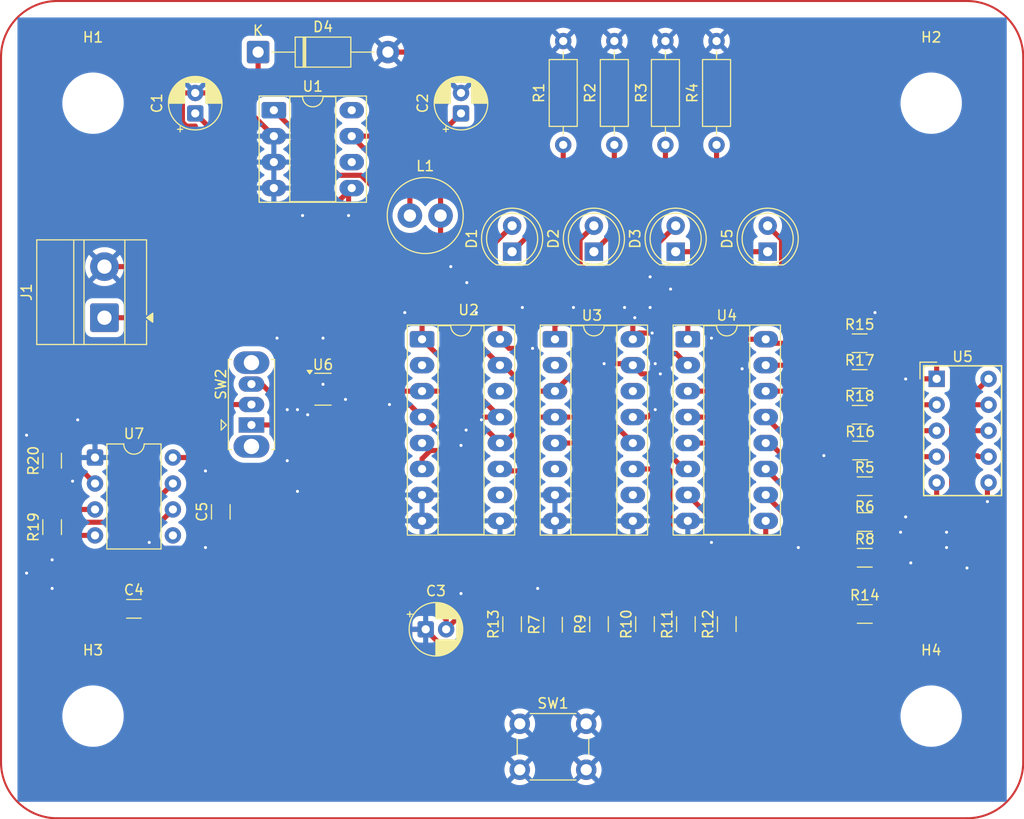
<source format=kicad_pcb>
(kicad_pcb (version 20241229) (generator "pcbnew") (generator_version "9.0")
  (layers (0 "F.Cu" signal) (2 "B.Cu" signal) (13 "F.Paste" user) (15 "B.Paste" user) (5 "F.SilkS" user "F.Silkscreen") (7 "B.SilkS" user "B.Silkscreen") (1 "F.Mask" user) (3 "B.Mask" user) (25 "Edge.Cuts" user))
  (net 0 "")
  (net 1 "VD")
  (net 2 "GND")
  (net 3 "+5V")
  (net 4 "Net-(SW2-A)")
  (net 5 "Net-(U7-THR)")
  (net 6 "Net-(D1-K)")
  (net 7 "Q0")
  (net 8 "Q1")
  (net 9 "Net-(D2-K)")
  (net 10 "Net-(D3-K)")
  (net 11 "Q2")
  (net 12 "Net-(D4-K)")
  (net 13 "Q3")
  (net 14 "Net-(D5-K)")
  (net 15 "Net-(U5-A)")
  (net 16 "Net-(U4-a)")
  (net 17 "Net-(U4-b)")
  (net 18 "Net-(U5-B)")
  (net 19 "Clock")
  (net 20 "Net-(U5-C)")
  (net 21 "Net-(U4-c)")
  (net 22 "Net-(U2A-J)")
  (net 23 "Net-(U2B-J)")
  (net 24 "Net-(U3A-J)")
  (net 25 "Net-(U3B-J)")
  (net 26 "Net-(R13-Pad1)")
  (net 27 "Net-(U5-D)")
  (net 28 "Net-(U4-d)")
  (net 29 "Net-(U4-BI)")
  (net 30 "Net-(U4-e)")
  (net 31 "Net-(U5-E)")
  (net 32 "Net-(U4-f)")
  (net 33 "Net-(U5-F)")
  (net 34 "Net-(U4-g)")
  (net 35 "Net-(U5-G)")
  (net 36 "Net-(U7-DIS)")
  (net 37 "555")
  (net 40 "Reset")
  (net 45 "unconnected-(U5-DP-Pad7)")
  (footprint "MountingHole:MountingHole_5.5mm" (layer "F.Cu") (at 192 100)
    (property "Reference" "H4")
    (property "Value" "MountingHole")
  )
  (footprint "Resistor_SMD:R_1206_3216Metric_Pad1.30x1.75mm_HandSolder" (layer "F.Cu") (at 159.5 91 90)
    (property "Reference" "R9")
    (property "Value" "10k")
  )
  (footprint "Package_DIP:DIP-16_W7.62mm_Socket_LongPads" (layer "F.Cu") (at 142.19 63.11)
    (property "Reference" "U2")
    (property "Value" "4027")
  )
  (footprint "Resistor_SMD:R_1206_3216Metric_Pad1.30x1.75mm_HandSolder" (layer "F.Cu") (at 185.5 90)
    (property "Reference" "R14")
    (property "Value" "2k")
  )
  (footprint "Resistor_SMD:R_1206_3216Metric_Pad1.30x1.75mm_HandSolder" (layer "F.Cu") (at 185.5 81)
    (property "Reference" "R6")
    (property "Value" "2k")
  )
  (footprint "Resistor_THT:R_Axial_DIN0207_L6.3mm_D2.5mm_P10.16mm_Horizontal" (layer "F.Cu") (at 171 44.08 90)
    (property "Reference" "R4")
    (property "Value" "4k7")
  )
  (footprint "Diode_THT:D_DO-41_SOD81_P12.70mm_Horizontal" (layer "F.Cu") (at 126.15 35)
    (property "Reference" "D4")
    (property "Value" "11DQ06")
  )
  (footprint "Package_TO_SOT_SMD:SOT-23-6" (layer "F.Cu") (at 132.5 68)
    (property "Reference" "U6")
    (property "Value" "SN74LVC1G11")
  )
  (footprint "Resistor_SMD:R_1206_3216Metric_Pad1.30x1.75mm_HandSolder" (layer "F.Cu") (at 185 70.5)
    (property "Reference" "R18")
    (property "Value" "2k")
  )
  (footprint "Package_DIP:DIP-8_W7.62mm_Socket_LongPads" (layer "F.Cu") (at 127.69 40.69)
    (property "Reference" "U1")
    (property "Value" "LM2574N-5")
  )
  (footprint "Resistor_SMD:R_1206_3216Metric_Pad1.30x1.75mm_HandSolder" (layer "F.Cu") (at 164 91 90)
    (property "Reference" "R10")
    (property "Value" "10k")
  )
  (footprint "Capacitor_SMD:C_1206_3216Metric_Pad1.33x1.80mm_HandSolder" (layer "F.Cu") (at 114 89.5)
    (property "Reference" "C4")
    (property "Value" "100n")
  )
  (footprint "Package_DIP:DIP-16_W7.62mm_Socket_LongPads" (layer "F.Cu") (at 155.19 63.11)
    (property "Reference" "U3")
    (property "Value" "4027")
  )
  (footprint "LED_THT:LED_D5.0mm" (layer "F.Cu") (at 167 54.54 90)
    (property "Reference" "D3")
    (property "Value" "LED")
  )
  (footprint "Package_DIP:DIP-16_W7.62mm_Socket_LongPads" (layer "F.Cu") (at 168.19 63.11)
    (property "Reference" "U4")
    (property "Value" "74LS47")
  )
  (footprint "Capacitor_THT:CP_Radial_D5.0mm_P2.00mm" (layer "F.Cu") (at 146 41 90)
    (property "Reference" "C2")
    (property "Value" "220u")
  )
  (footprint "Resistor_SMD:R_1206_3216Metric_Pad1.30x1.75mm_HandSolder" (layer "F.Cu") (at 151 91 90)
    (property "Reference" "R13")
    (property "Value" "2k")
  )
  (footprint "TerminalBlock_MetzConnect:TerminalBlock_MetzConnect_Type011_RT05502HBLC_1x02_P5.00mm_Horizontal" (layer "F.Cu") (at 111.1175 61 90)
    (property "Reference" "J1")
    (property "Value" "Screw_Terminal_01x02")
  )
  (footprint "Resistor_SMD:R_1206_3216Metric_Pad1.30x1.75mm_HandSolder" (layer "F.Cu") (at 172 91 90)
    (property "Reference" "R12")
    (property "Value" "10k")
  )
  (footprint "MountingHole:MountingHole_5.5mm" (layer "F.Cu") (at 192 40)
    (property "Reference" "H2")
    (property "Value" "MountingHole")
  )
  (footprint "Package_DIP:DIP-8_W7.62mm" (layer "F.Cu") (at 110.195 74.69)
    (property "Reference" "U7")
    (property "Value" "NE555P")
  )
  (footprint "Resistor_THT:R_Axial_DIN0207_L6.3mm_D2.5mm_P10.16mm_Horizontal" (layer "F.Cu") (at 156 44.08 90)
    (property "Reference" "R1")
    (property "Value" "4k7")
  )
  (footprint "Display_7Segment:HDSP-7401" (layer "F.Cu") (at 192.5325 66.9825)
    (property "Reference" "U5")
    (property "Value" "HDSP-7401")
  )
  (footprint "MountingHole:MountingHole_5.5mm" (layer "F.Cu") (at 110 100)
    (property "Reference" "H3")
    (property "Value" "MountingHole")
  )
  (footprint "Resistor_SMD:R_1206_3216Metric_Pad1.30x1.75mm_HandSolder" (layer "F.Cu") (at 185.5 77.5)
    (property "Reference" "R5")
    (property "Value" "2k")
  )
  (footprint "LED_THT:LED_D5.0mm" (layer "F.Cu") (at 151 54.54 90)
    (property "Reference" "D1")
    (property "Value" "LED")
  )
  (footprint "Resistor_SMD:R_1206_3216Metric_Pad1.30x1.75mm_HandSolder" (layer "F.Cu") (at 185 67)
    (property "Reference" "R17")
    (property "Value" "2k")
  )
  (footprint "Resistor_SMD:R_1206_3216Metric_Pad1.30x1.75mm_HandSolder" (layer "F.Cu") (at 106 75 90)
    (property "Reference" "R20")
    (property "Value" "47k")
  )
  (footprint "Resistor_SMD:R_1206_3216Metric_Pad1.30x1.75mm_HandSolder" (layer "F.Cu") (at 168 91 90)
    (property "Reference" "R11")
    (property "Value" "10k")
  )
  (footprint "Capacitor_THT:CP_Radial_D5.0mm_P2.00mm" (layer "F.Cu") (at 120 41 90)
    (property "Reference" "C1")
    (property "Value" "22u")
  )
  (footprint "LED_THT:LED_D5.0mm" (layer "F.Cu") (at 159 54.54 90)
    (property "Reference" "D2")
    (property "Value" "LED")
  )
  (footprint "Resistor_SMD:R_1206_3216Metric_Pad1.30x1.75mm_HandSolder" (layer "F.Cu") (at 185.05 74)
    (property "Reference" "R16")
    (property "Value" "2k")
  )
  (footprint "Resistor_THT:R_Axial_DIN0207_L6.3mm_D2.5mm_P10.16mm_Horizontal" (layer "F.Cu") (at 166 44.08 90)
    (property "Reference" "R3")
    (property "Value" "4k7")
  )
  (footprint "Button_Switch_THT:SW_PUSH_6mm_H4.3mm" (layer "F.Cu") (at 151.75 100.75)
    (property "Reference" "SW1")
    (property "Value" "SW_MEC_5G")
  )
  (footprint "Capacitor_SMD:C_1206_3216Metric_Pad1.33x1.80mm_HandSolder" (layer "F.Cu") (at 122.5 80 90)
    (property "Reference" "C5")
    (property "Value" "10u")
  )
  (footprint "Resistor_THT:R_Axial_DIN0207_L6.3mm_D2.5mm_P10.16mm_Horizontal" (layer "F.Cu") (at 161 44.08 90)
    (property "Reference" "R2")
    (property "Value" "4k7")
  )
  (footprint "Inductor_THT:L_Radial_D7.2mm_P3.00mm_Murata_1700" (layer "F.Cu") (at 141 51)
    (property "Reference" "L1")
    (property "Value" "330u")
  )
  (footprint "Capacitor_THT:CP_Radial_D5.0mm_P2.00mm" (layer "F.Cu") (at 142.544888 91.5)
    (property "Reference" "C3")
    (property "Value" "1u")
  )
  (footprint "LED_THT:LED_D5.0mm" (layer "F.Cu") (at 176 54.54 90)
    (property "Reference" "D5")
    (property "Value" "LED")
  )
  (footprint "MountingHole:MountingHole_5.5mm" (layer "F.Cu") (at 110 40)
    (property "Reference" "H1")
    (property "Value" "MountingHole")
  )
  (footprint "Resistor_SMD:R_1206_3216Metric_Pad1.30x1.75mm_HandSolder" (layer "F.Cu") (at 185.5 84.5)
    (property "Reference" "R8")
    (property "Value" "2k")
  )
  (footprint "Resistor_SMD:R_1206_3216Metric_Pad1.30x1.75mm_HandSolder" (layer "F.Cu") (at 106 81.5 90)
    (property "Reference" "R19")
    (property "Value" "47k")
  )
  (footprint "Resistor_SMD:R_1206_3216Metric_Pad1.30x1.75mm_HandSolder" (layer "F.Cu") (at 185 63.5)
    (property "Reference" "R15")
    (property "Value" "10k")
  )
  (footprint "Button_Switch_THT:SW_Slide_SPDT_Straight_CK_OS102011MS2Q" (layer "F.Cu") (at 125.5 71.5 90)
    (property "Reference" "SW2")
    (property "Value" "SW_SPDT_312")
  )
  (footprint "Resistor_SMD:R_1206_3216Metric_Pad1.30x1.75mm_HandSolder" (layer "F.Cu") (at 155 91.05 90)
    (property "Reference" "R7")
    (property "Value" "10k")
  )
  (gr_arc (start 101 35.5) (mid 102.610913 31.610913) (end 106.5 30) (stroke (width 0.2)) (layer "F.Cu"))
  (gr_line (start 195.5 110) (end 106.5 110) (stroke (width 0.2)) (layer "F.Cu"))
  (gr_arc (start 201 104.5) (mid 199.389087 108.389087) (end 195.5 110) (stroke (width 0.2)) (layer "F.Cu"))
  (gr_arc (start 106.5 110) (mid 102.610913 108.389087) (end 101 104.5) (stroke (width 0.2)) (layer "F.Cu"))
  (gr_line (start 101 104.5) (end 101 35.5) (stroke (width 0.2)) (layer "F.Cu"))
  (gr_arc (start 195.5 30) (mid 199.389087 31.610913) (end 201 35.5) (stroke (width 0.2)) (layer "F.Cu"))
  (gr_line (start 106.5 30) (end 195.5 30) (stroke (width 0.2)) (layer "F.Cu"))
  (gr_line (start 201 35.5) (end 201 104.5) (stroke (width 0.2)) (layer "F.Cu"))
  (segment (start 123.5 51) (end 130.5 51) (width 0.5) (layer "F.Cu") (net 1))
  (segment (start 135 51) (end 135 48.62) (width 0.5) (layer "F.Cu") (net 1))
  (segment (start 135 48.62) (end 135.31 48.31) (width 0.5) (layer "F.Cu") (net 1))
  (segment (start 120 41) (end 123.5 44.5) (width 0.5) (layer "F.Cu") (net 1))
  (segment (start 122.62 61) (end 135.31 48.31) (width 0.5) (layer "F.Cu") (net 1))
  (segment (start 123.5 44.5) (end 123.5 51) (width 0.5) (layer "F.Cu") (net 1))
  (segment (start 111.1175 61) (end 122.62 61) (width 0.5) (layer "F.Cu") (net 1))
  (via (at 130.5 51) (size 0.7) (drill 0.3) (layers "F.Cu" "B.Cu") (net 1))
  (via (at 135 51) (size 0.7) (drill 0.3) (layers "F.Cu" "B.Cu") (net 1))
  (segment (start 130.5 51) (end 135 51) (width 0.5) (layer "B.Cu") (net 1))
  (segment (start 158.25 105.25) (end 155 102) (width 0.5) (layer "F.Cu") (net 2))
  (segment (start 120 42.251) (end 119.152708 42.251) (width 0.5) (layer "F.Cu") (net 2))
  (segment (start 155 102) (end 155 97.5) (width 0.5) (layer "F.Cu") (net 2))
  (segment (start 110.195 72.805) (end 110.5 72.5) (width 0.5) (layer "F.Cu") (net 2))
  (segment (start 151.75 100.75) (end 148.5 97.5) (width 0.5) (layer "F.Cu") (net 2))
  (segment (start 110.195 74.69) (end 110.195 72.805) (width 0.5) (layer "F.Cu") (net 2))
  (segment (start 111.1175 56) (end 116 56) (width 0.5) (layer "F.Cu") (net 2))
  (segment (start 136 89.5) (end 122 89.5) (width 0.5) (layer "F.Cu") (net 2))
  (segment (start 118.749 39.11963) (end 118.86863 39) (width 0.5) (layer "F.Cu") (net 2))
  (segment (start 124 78.5) (end 123.9375 78.4375) (width 0.5) (layer "F.Cu") (net 2))
  (segment (start 131.3625 68) (end 130 68) (width 0.5) (layer "F.Cu") (net 2))
  (segment (start 125.5 78) (end 125 78.5) (width 0.5) (layer "F.Cu") (net 2))
  (segment (start 110.5 72.5) (end 122.5 72.5) (width 0.5) (layer "F.Cu") (net 2))
  (segment (start 142 35) (end 146 39) (width 0.5) (layer "F.Cu") (net 2))
  (segment (start 138 91.5) (end 136 89.5) (width 0.5) (layer "F.Cu") (net 2))
  (segment (start 120 39) (end 123.46 39) (width 0.5) (layer "F.Cu") (net 2))
  (segment (start 142.544888 91.5) (end 138 91.5) (width 0.5) (layer "F.Cu") (net 2))
  (segment (start 116 56) (end 120 52) (width 0.5) (layer "F.Cu") (net 2))
  (segment (start 119.152708 42.251) (end 118.749 41.847292) (width 0.5) (layer "F.Cu") (net 2))
  (segment (start 138.85 35) (end 142 35) (width 0.5) (layer "F.Cu") (net 2))
  (segment (start 130 68) (end 130 70) (width 0.5) (layer "F.Cu") (net 2))
  (segment (start 155 97.5) (end 148.5 97.5) (width 0.5) (layer "F.Cu") (net 2))
  (segment (start 151.75 105.25) (end 136 89.5) (width 0.5) (layer "F.Cu") (net 2))
  (segment (start 118.86863 39) (end 120 39) (width 0.5) (layer "F.Cu") (net 2))
  (segment (start 122.5 72.5) (end 122.5 78.4375) (width 0.5) (layer "F.Cu") (net 2))
  (segment (start 130 78) (end 125.5 78) (width 0.5) (layer "F.Cu") (net 2))
  (segment (start 120 52) (end 120 42.251) (width 0.5) (layer "F.Cu") (net 2))
  (segment (start 125 78.5) (end 124 78.5) (width 0.5) (layer "F.Cu") (net 2))
  (segment (start 148.5 97.5) (end 142.544888 91.544888) (width 0.5) (layer "F.Cu") (net 2))
  (segment (start 123.46 39) (end 127.69 43.23) (width 0.5) (layer "F.Cu") (net 2))
  (segment (start 118.749 41.847292) (end 118.749 39.11963) (width 0.5) (layer "F.Cu") (net 2))
  (segment (start 115.5625 89.5) (end 122 89.5) (width 0.5) (layer "F.Cu") (net 2))
  (segment (start 125 86.5) (end 125 78.5) (width 0.5) (layer "F.Cu") (net 2))
  (segment (start 142.544888 91.544888) (end 142.544888 91.5) (width 0.5) (layer "F.Cu") (net 2))
  (segment (start 158.25 100.75) (end 155 97.5) (width 0.5) (layer "F.Cu") (net 2))
  (segment (start 123.9375 78.4375) (end 122.5 78.4375) (width 0.5) (layer "F.Cu") (net 2))
  (segment (start 122 89.5) (end 125 86.5) (width 0.5) (layer "F.Cu") (net 2))
  (via (at 130 70) (size 0.7) (drill 0.3) (layers "F.Cu" "B.Cu") (net 2))
  (via (at 130 78) (size 0.7) (drill 0.3) (layers "F.Cu" "B.Cu") (net 2))
  (segment (start 130 70) (end 130 78) (width 0.5) (layer "B.Cu") (net 2))
  (segment (start 119.5 75) (end 119.5 84.5) (width 0.5) (layer "F.Cu") (net 3))
  (segment (start 175.81 63.11) (end 176.11 63.11) (width 0.5) (layer "F.Cu") (net 3))
  (segment (start 106 84.7) (end 106 83.05) (width 0.5) (layer "F.Cu") (net 3))
  (segment (start 197.5 77.255) (end 197.6125 77.1425) (width 0.5) (layer "F.Cu") (net 3))
  (segment (start 117.815 74.69) (end 119.19 74.69) (width 0.5) (layer "F.Cu") (net 3))
  (segment (start 119.5 75) (end 120 75) (width 0.5) (layer "F.Cu") (net 3))
  (segment (start 119.5 84.5) (end 107.45 84.5) (width 0.5) (layer "F.Cu") (net 3))
  (segment (start 197.5 79) (end 197.5 77.255) (width 0.5) (layer "F.Cu") (net 3))
  (segment (start 192.5325 63.0325) (end 188.5 59) (width 0.5) (layer "F.Cu") (net 3))
  (segment (start 132.979689 68) (end 132.500001 67.520312) (width 0.5) (layer "F.Cu") (net 3))
  (segment (start 188.5 59) (end 183.5 59) (width 0.5) (layer "F.Cu") (net 3))
  (segment (start 164.7 62.5) (end 163.42 62.5) (width 0.5) (layer "F.Cu") (net 3))
  (segment (start 144 53) (end 144 51) (width 0.5) (layer "F.Cu") (net 3))
  (segment (start 128 63) (end 132.5 63) (width 0.5) (layer "F.Cu") (net 3))
  (segment (start 107.45 84.5) (end 106 83.05) (width 0.5) (layer "F.Cu") (net 3))
  (segment (start 162.81 61.19) (end 163 61) (width 0.5) (layer "F.Cu") (net 3))
  (segment (start 132.5 58.5) (end 137.5 53.5) (width 0.5) (layer "F.Cu") (net 3))
  (segment (start 192.5325 66.9825) (end 192.5325 63.0325) (width 0.5) (layer "F.Cu") (net 3))
  (segment (start 127.69 40.69) (end 134.059 47.059) (width 0.5) (layer "F.Cu") (net 3))
  (segment (start 192.5325 66.9825) (end 189.5175 66.9825) (width 0.5) (layer "F.Cu") (net 3))
  (segment (start 162.81 63.11) (end 162.81 61.19) (width 0.5) (layer "F.Cu") (net 3))
  (segment (start 143.5 53.5) (end 143.5 54.5) (width 0.5) (layer "F.Cu") (net 3))
  (segment (start 176.5 63.5) (end 183.45 63.5) (width 0.5) (layer "F.Cu") (net 3))
  (segment (start 144 43) (end 146 41) (width 0.5) (layer "F.Cu") (net 3))
  (segment (start 175.81 63.11) (end 170.61 63.11) (width 0.5) (layer "F.Cu") (net 3))
  (segment (start 133.6375 68) (end 132.979689 68) (width 0.5) (layer "F.Cu") (net 3))
  (segment (start 112.4375 89.5) (end 108 89.5) (width 0.5) (layer "F.Cu") (net 3))
  (segment (start 176.11 63.11) (end 176.5 63.5) (width 0.5) (layer "F.Cu") (net 3))
  (segment (start 152 60) (end 150.62 60) (width 0.5) (layer "F.Cu") (net 3))
  (segment (start 172 92.55) (end 168 92.55) (width 0.5) (layer "F.Cu") (net 3))
  (segment (start 156.45 89.5) (end 159.5 92.55) (width 0.5) (layer "F.Cu") (net 3))
  (segment (start 149.81 60.81) (end 149.81 63.11) (width 0.5) (layer "F.Cu") (net 3))
  (segment (start 150.62 60) (end 149.81 60.81) (width 0.5) (layer "F.Cu") (net 3))
  (segment (start 170.61 63.11) (end 170.5 63) (width 0.5) (layer "F.Cu") (net 3))
  (segment (start 183.45 59.05) (end 183.45 63.5) (width 0.5) (layer "F.Cu") (net 3))
  (segment (start 153 64) (end 150.7 64) (width 0.5) (layer "F.Cu") (net 3))
  (segment (start 120 75) (end 121 76) (width 0.5) (layer "F.Cu") (net 3))
  (segment (start 155 89) (end 153.5 87.5) (width 0.5) (layer "F.Cu") (net 3))
  (segment (start 143.5 53.5) (end 144 53) (width 0.5) (layer "F.Cu") (net 3))
  (segment (start 134.059 47.059) (end 136.228181 47.059) (width 0.5) (layer "F.Cu") (net 3))
  (segment (start 163.42 62.5) (end 162.81 63.11) (width 0.5) (layer "F.Cu") (net 3))
  (segment (start 132.5 63) (end 132.5 58.5) (width 0.5) (layer "F.Cu") (net 3))
  (segment (start 136.228181 47.059) (end 137.5 48.330819) (width 0.5) (layer "F.Cu") (net 3))
  (segment (start 150.7 64) (end 149.81 63.11) (width 0.5) (layer "F.Cu") (net 3))
  (segment (start 183.5 59) (end 183.45 59.05) (width 0.5) (layer "F.Cu") (net 3))
  (segment (start 137.5 48.330819) (end 137.5 53.5) (width 0.5) (layer "F.Cu") (net 3))
  (segment (start 106.74 82.31) (end 106 83.05) (width 0.5) (layer "F.Cu") (net 3))
  (segment (start 155 89.5) (end 156.45 89.5) (width 0.5) (layer "F.Cu") (net 3))
  (segment (start 143.5 54.5) (end 145 56) (width 0.5) (layer "F.Cu") (net 3))
  (segment (start 155 89.5) (end 155 89) (width 0.5) (layer "F.Cu") (net 3))
  (segment (start 108 89.5) (end 106 87.5) (width 0.5) (layer "F.Cu") (net 3))
  (segment (start 110.195 82.31) (end 106.74 82.31) (width 0.5) (layer "F.Cu") (net 3))
  (segment (start 144 51) (end 144 43) (width 0.5) (layer "F.Cu") (net 3))
  (segment (start 189.5175 66.9825) (end 189.5 67) (width 0.5) (layer "F.Cu") (net 3))
  (segment (start 137.5 53.5) (end 143.5 53.5) (width 0.5) (layer "F.Cu") (net 3))
  (segment (start 119.19 74.69) (end 119.5 75) (width 0.5) (layer "F.Cu") (net 3))
  (segment (start 146.565686 57.565686) (end 149.81 60.81) (width 0.5) (layer "F.Cu") (net 3))
  (via (at 132.5 63) (size 0.7) (drill 0.3) (layers "F.Cu" "B.Cu") (net 3))
  (via (at 146.565686 57.565686) (size 0.7) (drill 0.3) (layers "F.Cu" "B.Cu") (net 3))
  (via (at 106 84.7) (size 0.7) (drill 0.3) (layers "F.Cu" "B.Cu") (net 3))
  (via (at 132.500001 67.520312) (size 0.7) (drill 0.3) (layers "F.Cu" "B.Cu") (net 3))
  (via (at 153 64) (size 0.7) (drill 0.3) (layers "F.Cu" "B.Cu") (net 3))
  (via (at 153.5 87.5) (size 0.7) (drill 0.3) (layers "F.Cu" "B.Cu") (net 3))
  (via (at 197.5 79) (size 0.7) (drill 0.3) (layers "F.Cu" "B.Cu") (net 3))
  (via (at 163 61) (size 0.7) (drill 0.3) (layers "F.Cu" "B.Cu") (net 3))
  (via (at 170.5 63) (size 0.7) (drill 0.3) (layers "F.Cu" "B.Cu") (net 3))
  (via (at 152 60) (size 0.7) (drill 0.3) (layers "F.Cu" "B.Cu") (net 3))
  (via (at 189.5 67) (size 0.7) (drill 0.3) (layers "F.Cu" "B.Cu") (net 3))
  (via (at 121 76) (size 0.7) (drill 0.3) (layers "F.Cu" "B.Cu") (net 3))
  (via (at 145 56) (size 0.7) (drill 0.3) (layers "F.Cu" "B.Cu") (net 3))
  (via (at 128 63) (size 0.7) (drill 0.3) (layers "F.Cu" "B.Cu") (net 3))
  (via (at 164.7 62.5) (size 0.7) (drill 0.3) (layers "F.Cu" "B.Cu") (net 3))
  (via (at 106 87.5) (size 0.7) (drill 0.3) (layers "F.Cu" "B.Cu") (net 3))
  (segment (start 170 62.5) (end 170 61) (width 0.5) (layer "B.Cu") (net 3))
  (segment (start 189.5 67) (end 189.5 79) (width 0.5) (layer "B.Cu") (net 3))
  (segment (start 163 58.5) (end 162.5 58) (width 0.5) (layer "B.Cu") (net 3))
  (segment (start 170 61) (end 170 60.567214) (width 0.5) (layer "B.Cu") (net 3))
  (segment (start 165.301 61.899) (end 164.7 62.5) (width 0.5) (layer "B.Cu") (net 3))
  (segment (start 189.5 79) (end 197.5 79) (width 0.5) (layer "B.Cu") (net 3))
  (segment (start 132.5 64) (end 132.5 63) (width 0.5) (layer "B.Cu") (net 3))
  (segment (start 163 61) (end 163 58.5) (width 0.5) (layer "B.Cu") (net 3))
  (segment (start 106 87.5) (end 106 84.7) (width 0.5) (layer "B.Cu") (net 3))
  (segment (start 145 56) (end 146.565686 57.565686) (width 0.5) (layer "B.Cu") (net 3))
  (segment (start 123.5 63) (end 128 63) (width 0.5) (layer "B.Cu") (net 3))
  (segment (start 121 76) (end 121 65.5) (width 0.5) (layer "B.Cu") (net 3))
  (segment (start 170 60.567214) (end 166.831786 57.399) (width 0.5) (layer "B.Cu") (net 3))
  (segment (start 121 65.5) (end 123.5 63) (width 0.5) (layer "B.Cu") (net 3))
  (segment (start 154 58) (end 152 60) (width 0.5) (layer "B.Cu") (net 3))
  (segment (start 170.5 63) (end 170 62.5) (width 0.5) (layer "B.Cu") (net 3))
  (segment (start 132.500001 64.000001) (end 132.5 64) (width 0.5) (layer "B.Cu") (net 3))
  (segment (start 132.500001 67.520312) (end 132.500001 64.000001) (width 0.5) (layer "B.Cu") (net 3))
  (segment (start 162.5 58) (end 154 58) (width 0.5) (layer "B.Cu") (net 3))
  (segment (start 153.5 87.5) (end 153.5 64.5) (width 0.5) (layer "B.Cu") (net 3))
  (segment (start 166.168214 57.399) (end 165.301 58.266214) (width 0.5) (layer "B.Cu") (net 3))
  (segment (start 153.5 64.5) (end 153 64) (width 0.5) (layer "B.Cu") (net 3))
  (segment (start 166.831786 57.399) (end 166.168214 57.399) (width 0.5) (layer "B.Cu") (net 3))
  (segment (start 165.301 58.266214) (end 165.301 61.899) (width 0.5) (layer "B.Cu") (net 3))
  (segment (start 129 75) (end 144.544888 90.544888) (width 0.5) (layer "F.Cu") (net 4))
  (segment (start 151 89.45) (end 146.594888 89.45) (width 0.5) (layer "F.Cu") (net 4))
  (segment (start 146.594888 89.45) (end 144.544888 91.5) (width 0.5) (layer "F.Cu") (net 4))
  (segment (start 125.5 67.5) (end 126.5 67.5) (width 0.5) (layer "F.Cu") (net 4))
  (segment (start 144.544888 90.544888) (end 144.544888 91.5) (width 0.5) (layer "F.Cu") (net 4))
  (segment (start 126.5 67.5) (end 129 70) (width 0.5) (layer "F.Cu") (net 4))
  (via (at 129 70) (size 0.7) (drill 0.3) (layers "F.Cu" "B.Cu") (net 4))
  (via (at 129 75) (size 0.7) (drill 0.3) (layers "F.Cu" "B.Cu") (net 4))
  (segment (start 129 74) (end 129 75) (width 0.5) (layer "B.Cu") (net 4))
  (segment (start 129 70) (end 129 74) (width 0.5) (layer "B.Cu") (net 4))
  (segment (start 122.5 85.5) (end 104 85.5) (width 0.5) (layer "F.Cu") (net 5))
  (segment (start 104 85.5) (end 103.5 86) (width 0.5) (layer "F.Cu") (net 5))
  (segment (start 121 83.5) (end 121 83.0625) (width 0.5) (layer "F.Cu") (net 5))
  (segment (start 110.195 77.23) (end 106.415 73.45) (width 0.5) (layer "F.Cu") (net 5))
  (segment (start 105.05 72.5) (end 106 73.45) (width 0.5) (layer "F.Cu") (net 5))
  (segment (start 117.815 79.77) (end 115.5 82.085) (width 0.5) (layer "F.Cu") (net 5))
  (segment (start 106.415 73.45) (end 106 73.45) (width 0.5) (layer "F.Cu") (net 5))
  (segment (start 103.5 72.5) (end 105.05 72.5) (width 0.5) (layer "F.Cu") (net 5))
  (segment (start 122.5 81.5625) (end 122.5 85.5) (width 0.5) (layer "F.Cu") (net 5))
  (segment (start 115.5 82.085) (end 115.5 83) (width 0.5) (layer "F.Cu") (net 5))
  (segment (start 121 83.0625) (end 122.5 81.5625) (width 0.5) (layer "F.Cu") (net 5))
  (via (at 103.5 72.5) (size 0.7) (drill 0.3) (layers "F.Cu" "B.Cu") (net 5))
  (via (at 115.5 83) (size 0.7) (drill 0.3) (layers "F.Cu" "B.Cu") (net 5))
  (via (at 121 83.5) (size 0.7) (drill 0.3) (layers "F.Cu" "B.Cu") (net 5))
  (via (at 103.5 86) (size 0.7) (drill 0.3) (layers "F.Cu" "B.Cu") (net 5))
  (segment (start 120.939 83.561) (end 121 83.5) (width 0.5) (layer "B.Cu") (net 5))
  (segment (start 116.061 83.561) (end 120.939 83.561) (width 0.5) (layer "B.Cu") (net 5))
  (segment (start 103.5 86) (end 103.5 72.5) (width 0.5) (layer "B.Cu") (net 5))
  (segment (start 115.5 83) (end 116.061 83.561) (width 0.5) (layer "B.Cu") (net 5))
  (segment (start 156 44.08) (end 156 49.54) (width 0.5) (layer "F.Cu") (net 6))
  (segment (start 156 49.54) (end 151 54.54) (width 0.5) (layer "F.Cu") (net 6))
  (segment (start 148.27 70.73) (end 148 71) (width 0.5) (layer "F.Cu") (net 7))
  (segment (start 142.19 63.11) (end 149.81 70.73) (width 0.5) (layer "F.Cu") (net 7))
  (segment (start 170.5 80.66) (end 168.19 78.35) (width 0.5) (layer "F.Cu") (net 7))
  (segment (start 170.5 83) (end 170.5 80.66) (width 0.5) (layer "F.Cu") (net 7))
  (segment (start 142.19 60.81) (end 142.19 63.11) (width 0.5) (layer "F.Cu") (net 7))
  (segment (start 151 52) (end 142.19 60.81) (width 0.5) (layer "F.Cu") (net 7))
  (segment (start 149.81 70.73) (end 148.27 70.73) (width 0.5) (layer "F.Cu") (net 7))
  (via (at 170.5 83) (size 0.7) (drill 0.3) (layers "F.Cu" "B.Cu") (net 7))
  (via (at 148 71) (size 0.7) (drill 0.3) (layers "F.Cu" "B.Cu") (net 7))
  (segment (start 165.199 88.301) (end 170.5 83) (width 0.5) (layer "B.Cu") (net 7))
  (segment (start 148 83) (end 148 83.132786) (width 0.5) (layer "B.Cu") (net 7))
  (segment (start 148 83.132786) (end 153.168214 88.301) (width 0.5) (layer "B.Cu") (net 7))
  (segment (start 153.168214 88.301) (end 165.199 88.301) (width 0.5) (layer "B.Cu") (net 7))
  (segment (start 148 71) (end 148 83) (width 0.5) (layer "B.Cu") (net 7))
  (segment (start 150.15 65.65) (end 152.69 68.19) (width 0.5) (layer "F.Cu") (net 8))
  (segment (start 160.869181 59) (end 168 59) (width 0.5) (layer "F.Cu") (net 8))
  (segment (start 149.81 65.65) (end 150.15 65.65) (width 0.5) (layer "F.Cu") (net 8))
  (segment (start 168 59) (end 168 59.5) (width 0.5) (layer "F.Cu") (net 8))
  (segment (start 159 52) (end 157.649 53.351) (width 0.5) (layer "F.Cu") (net 8))
  (segment (start 131.3625 67.05) (end 137.9125 60.5) (width 0.5) (layer "F.Cu") (net 8))
  (segment (start 157.649 53.351) (end 157.649 55.779819) (width 0.5) (layer "F.Cu") (net 8))
  (segment (start 147.5 60.5) (end 147.5 63.34) (width 0.5) (layer "F.Cu") (net 8))
  (segment (start 168 59.5) (end 168.19 59.69) (width 0.5) (layer "F.Cu") (net 8))
  (segment (start 157.649 55.779819) (end 160.869181 59) (width 0.5) (layer "F.Cu") (net 8))
  (segment (start 152.69 68.19) (end 155.19 68.19) (width 0.5) (layer "F.Cu") (net 8))
  (segment (start 147.5 63.34) (end 149.81 65.65) (width 0.5) (layer "F.Cu") (net 8))
  (segment (start 155.19 68.19) (end 160.869181 62.510819) (width 0.5) (layer "F.Cu") (net 8))
  (segment (start 168.19 59.69) (end 168.19 63.11) (width 0.5) (layer "F.Cu") (net 8))
  (segment (start 137.9125 60.5) (end 140.5 60.5) (width 0.5) (layer "F.Cu") (net 8))
  (segment (start 160.869181 62.510819) (end 160.869181 59) (width 0.5) (layer "F.Cu") (net 8))
  (via (at 140.5 60.5) (size 0.7) (drill 0.3) (layers "F.Cu" "B.Cu") (net 8))
  (via (at 147.5 60.5) (size 0.7) (drill 0.3) (layers "F.Cu" "B.Cu") (net 8))
  (segment (start 140.5 60.5) (end 147.5 60.5) (width 0.5) (layer "B.Cu") (net 8))
  (segment (start 161 52.54) (end 159 54.54) (width 0.5) (layer "F.Cu") (net 9))
  (segment (start 161 44.08) (end 161 52.54) (width 0.5) (layer "F.Cu") (net 9))
  (segment (start 169.46 54.54) (end 167 54.54) (width 0.5) (layer "F.Cu") (net 10))
  (segment (start 170 49.5) (end 170 54) (width 0.5) (layer "F.Cu") (net 10))
  (segment (start 166 44.08) (end 166 45.5) (width 0.5) (layer "F.Cu") (net 10))
  (segment (start 170 54) (end 169.46 54.54) (width 0.5) (layer "F.Cu") (net 10))
  (segment (start 166 45.5) (end 170 49.5) (width 0.5) (layer "F.Cu") (net 10))
  (segment (start 164.27 70.73) (end 165 70) (width 0.5) (layer "F.Cu") (net 11))
  (segment (start 162.81 70.73) (end 164.27 70.73) (width 0.5) (layer "F.Cu") (net 11))
  (segment (start 165.5 61) (end 165.5 64.5) (width 0.5) (layer "F.Cu") (net 11))
  (segment (start 164.5 54.5) (end 164.5 57) (width 0.5) (layer "F.Cu") (net 11))
  (segment (start 165.5 64.5) (end 167.04 64.5) (width 0.5) (layer "F.Cu") (net 11))
  (segment (start 165 65.5) (end 165.5 65) (width 0.5) (layer "F.Cu") (net 11))
  (segment (start 167.04 64.5) (end 168.19 65.65) (width 0.5) (layer "F.Cu") (net 11))
  (segment (start 167 52) (end 164.5 54.5) (width 0.5) (layer "F.Cu") (net 11))
  (segment (start 155.19 63.11) (end 155.19 61.81) (width 0.5) (layer "F.Cu") (net 11))
  (segment (start 165.5 65) (end 165.5 64.5) (width 0.5) (layer "F.Cu") (net 11))
  (segment (start 155.19 61.81) (end 157 60) (width 0.5) (layer "F.Cu") (net 11))
  (segment (start 164.5 60) (end 165.5 61) (width 0.5) (layer "F.Cu") (net 11))
  (segment (start 162 60) (end 164.5 60) (width 0.5) (layer "F.Cu") (net 11))
  (via (at 157 60) (size 0.7) (drill 0.3) (layers "F.Cu" "B.Cu") (net 11))
  (via (at 162 60) (size 0.7) (drill 0.3) (layers "F.Cu" "B.Cu") (net 11))
  (via (at 165 65.5) (size 0.7) (drill 0.3) (layers "F.Cu" "B.Cu") (net 11))
  (via (at 164.5 60) (size 0.7) (drill 0.3) (layers "F.Cu" "B.Cu") (net 11))
  (via (at 165 70) (size 0.7) (drill 0.3) (layers "F.Cu" "B.Cu") (net 11))
  (via (at 164.5 57) (size 0.7) (drill 0.3) (layers "F.Cu" "B.Cu") (net 11))
  (segment (start 157 60) (end 162 60) (width 0.5) (layer "B.Cu") (net 11))
  (segment (start 165 70) (end 164.699 69.699) (width 0.5) (layer "B.Cu") (net 11))
  (segment (start 164.699 69.699) (end 164.699 65.801) (width 0.5) (layer "B.Cu") (net 11))
  (segment (start 164.5 57) (end 164.5 60) (width 0.5) (layer "B.Cu") (net 11))
  (segment (start 164.699 65.801) (end 165 65.5) (width 0.5) (layer "B.Cu") (net 11))
  (segment (start 138.5 43.5) (end 137.5 43.5) (width 0.5) (layer "F.Cu") (net 12))
  (segment (start 137.5 43.5) (end 137.23 43.23) (width 0.5) (layer "F.Cu") (net 12))
  (segment (start 138.5 38.5) (end 138.5 43.5) (width 0.5) (layer "F.Cu") (net 12))
  (segment (start 126 38) (end 138 38) (width 0.5) (layer "F.Cu") (net 12))
  (segment (start 126.15 35) (end 126.15 37.85) (width 0.5) (layer "F.Cu") (net 12))
  (segment (start 126.15 37.85) (end 126 38) (width 0.5) (layer "F.Cu") (net 12))
  (segment (start 141 51) (end 141 48.92) (width 0.5) (layer "F.Cu") (net 12))
  (segment (start 137.23 43.23) (end 135.31 43.23) (width 0.5) (layer "F.Cu") (net 12))
  (segment (start 141 48.92) (end 135.31 43.23) (width 0.5) (layer "F.Cu") (net 12))
  (segment (start 138 38) (end 138.5 38.5) (width 0.5) (layer "F.Cu") (net 12))
  (segment (start 177.351 53.351) (end 177.351 55.891) (width 0.5) (layer "F.Cu") (net 13))
  (segment (start 165.5 66.5) (end 163.66 66.5) (width 0.5) (layer "F.Cu") (net 13))
  (segment (start 131.3625 70.1375) (end 131 70.5) (width 0.5) (layer "F.Cu") (net 13))
  (segment (start 175.742 57.5) (end 166.5 57.5) (width 0.5) (layer "F.Cu") (net 13))
  (segment (start 166 74) (end 167.81 75.81) (width 0.5) (layer "F.Cu") (net 13))
  (segment (start 162.66 65.5) (end 162.81 65.65) (width 0.5) (layer "F.Cu") (net 13))
  (segment (start 176 52) (end 177.351 53.351) (width 0.5) (layer "F.Cu") (net 13))
  (segment (start 165.5 66.5) (end 166 67) (width 0.5) (layer "F.Cu") (net 13))
  (segment (start 163.66 66.5) (end 162.81 65.65) (width 0.5) (layer "F.Cu") (net 13))
  (segment (start 177.351 55.891) (end 175.742 57.5) (width 0.5) (layer "F.Cu") (net 13))
  (segment (start 160 65.5) (end 162.66 65.5) (width 0.5) (layer "F.Cu") (net 13))
  (segment (start 166 67) (end 166 74) (width 0.5) (layer "F.Cu") (net 13))
  (segment (start 167.81 75.81) (end 168.19 75.81) (width 0.5) (layer "F.Cu") (net 13))
  (segment (start 166.5 57.5) (end 166.5 58.2) (width 0.5) (layer "F.Cu") (net 13))
  (segment (start 131.3625 68.95) (end 131.3625 70.1375) (width 0.5) (layer "F.Cu") (net 13))
  (via (at 131 70.5) (size 0.7) (drill 0.3) (layers "F.Cu" "B.Cu") (net 13))
  (via (at 166.5 58.2) (size 0.7) (drill 0.3) (layers "F.Cu" "B.Cu") (net 13))
  (via (at 165.5 66.5) (size 0.7) (drill 0.3) (layers "F.Cu" "B.Cu") (net 13))
  (via (at 160 65.5) (size 0.7) (drill 0.3) (layers "F.Cu" "B.Cu") (net 13))
  (segment (start 140 70.5) (end 140 61.132786) (width 0.5) (layer "B.Cu") (net 13))
  (segment (start 140 61.132786) (end 139.933607 61.066393) (width 0.5) (layer "B.Cu") (net 13))
  (segment (start 160 61.5) (end 160 65.5) (width 0.5) (layer "B.Cu") (net 13))
  (segment (start 140.367214 61.5) (end 160 61.5) (width 0.5) (layer "B.Cu") (net 13))
  (segment (start 131 70.5) (end 140 70.5) (width 0.5) (layer "B.Cu") (net 13))
  (segment (start 166.5 58.2) (end 166.5 65.5) (width 0.5) (layer "B.Cu") (net 13))
  (segment (start 139.933607 61.066393) (end 140.367214 61.5) (width 0.5) (layer "B.Cu") (net 13))
  (segment (start 166.5 65.5) (end 165.5 66.5) (width 0.5) (layer "B.Cu") (net 13))
  (segment (start 171 54) (end 171.54 54.54) (width 0.5) (layer "F.Cu") (net 14))
  (segment (start 171.54 54.54) (end 176 54.54) (width 0.5) (layer "F.Cu") (net 14))
  (segment (start 171 44.08) (end 171 54) (width 0.5) (layer "F.Cu") (net 14))
  (segment (start 194 82) (end 193.5 82) (width 0.5) (layer "F.Cu") (net 15))
  (segment (start 194 70.595) (end 194 82) (width 0.5) (layer "F.Cu") (net 15))
  (segment (start 189.5 79.95) (end 187.05 77.5) (width 0.5) (layer "F.Cu") (net 15))
  (segment (start 189.5 80.5) (end 189.5 79.95) (width 0.5) (layer "F.Cu") (net 15))
  (segment (start 197.6125 66.9825) (end 194 70.595) (width 0.5) (layer "F.Cu") (net 15))
  (via (at 189.5 80.5) (size 0.7) (drill 0.3) (layers "F.Cu" "B.Cu") (net 15))
  (via (at 193.5 82) (size 0.7) (drill 0.3) (layers "F.Cu" "B.Cu") (net 15))
  (segment (start 190 81.5) (end 190 81) (width 0.5) (layer "B.Cu") (net 15))
  (segment (start 190.5 82) (end 190 81.5) (width 0.5) (layer "B.Cu") (net 15))
  (segment (start 190 81) (end 189.5 80.5) (width 0.5) (layer "B.Cu") (net 15))
  (segment (start 193.5 82) (end 190.5 82) (width 0.5) (layer "B.Cu") (net 15))
  (segment (start 175.81 70.73) (end 182.58 77.5) (width 0.5) (layer "F.Cu") (net 16))
  (segment (start 182.58 77.5) (end 183.95 77.5) (width 0.5) (layer "F.Cu") (net 16))
  (segment (start 175.81 73.27) (end 176.22 73.27) (width 0.5) (layer "F.Cu") (net 17))
  (segment (start 176.22 73.27) (end 183.95 81) (width 0.5) (layer "F.Cu") (net 17))
  (segment (start 189 82) (end 188.05 82) (width 0.5) (layer "F.Cu") (net 18))
  (segment (start 194.793182 70.793182) (end 194.793182 82.706818) (width 0.5) (layer "F.Cu") (net 18))
  (segment (start 194.5 83) (end 194 83.5) (width 0.5) (layer "F.Cu") (net 18))
  (segment (start 194.793182 82.706818) (end 194.5 83) (width 0.5) (layer "F.Cu") (net 18))
  (segment (start 196.063864 69.5225) (end 194.793182 70.793182) (width 0.5) (layer "F.Cu") (net 18))
  (segment (start 194 83.5) (end 193.5 83.5) (width 0.5) (layer "F.Cu") (net 18))
  (segment (start 188.05 82) (end 187.05 81) (width 0.5) (layer "F.Cu") (net 18))
  (segment (start 197.6125 69.5225) (end 196.063864 69.5225) (width 0.5) (layer "F.Cu") (net 18))
  (via (at 189 82) (size 0.7) (drill 0.3) (layers "F.Cu" "B.Cu") (net 18))
  (via (at 193.5 83.5) (size 0.7) (drill 0.3) (layers "F.Cu" "B.Cu") (net 18))
  (segment (start 189.5 83) (end 189 82.5) (width 0.5) (layer "B.Cu") (net 18))
  (segment (start 190 83.5) (end 189.5 83) (width 0.5) (layer "B.Cu") (net 18))
  (segment (start 193.5 83.5) (end 190 83.5) (width 0.5) (layer "B.Cu") (net 18))
  (segment (start 189 82.5) (end 189 82) (width 0.5) (layer "B.Cu") (net 18))
  (segment (start 155 92.6) (end 152.326 89.926) (width 0.5) (layer "F.Cu") (net 19))
  (segment (start 152.326 88.752708) (end 151.573292 88) (width 0.5) (layer "F.Cu") (net 19))
  (segment (start 135.5 69.5) (end 135.5 68.3459) (width 0.5) (layer "F.Cu") (net 19))
  (segment (start 152.326 89.926) (end 152.326 88.752708) (width 0.5) (layer "F.Cu") (net 19))
  (segment (start 125.5 71.5) (end 133.5 71.5) (width 0.5) (layer "F.Cu") (net 19))
  (segment (start 144.5 73) (end 144.5 68.5) (width 0.5) (layer "F.Cu") (net 19))
  (segment (start 142.19 68.19) (end 135.6559 68.19) (width 0.5) (layer "F.Cu") (net 19))
  (segment (start 135.6559 68.19) (end 135.5 68.3459) (width 0.5) (layer "F.Cu") (net 19))
  (segment (start 144.19 68.19) (end 142.19 68.19) (width 0.5) (layer "F.Cu") (net 19))
  (segment (start 144.5 68.5) (end 144.19 68.19) (width 0.5) (layer "F.Cu") (net 19))
  (segment (start 135.5 68.3459) (end 134.2041 67.05) (width 0.5) (layer "F.Cu") (net 19))
  (segment (start 134.2041 67.05) (end 133.6375 67.05) (width 0.5) (layer "F.Cu") (net 19))
  (segment (start 145.5 73) (end 144.5 73) (width 0.5) (layer "F.Cu") (net 19))
  (segment (start 133.5 71.5) (end 135.5 69.5) (width 0.5) (layer "F.Cu") (net 19))
  (segment (start 146 73.5) (end 145.5 73) (width 0.5) (layer "F.Cu") (net 19))
  (segment (start 151.573292 88) (end 146 88) (width 0.5) (layer "F.Cu") (net 19))
  (via (at 146 88) (size 0.7) (drill 0.3) (layers "F.Cu" "B.Cu") (net 19))
  (via (at 146 73.5) (size 0.7) (drill 0.3) (layers "F.Cu" "B.Cu") (net 19))
  (segment (start 146 88) (end 146 73.5) (width 0.5) (layer "B.Cu") (net 19))
  (segment (start 195.5625 72.0625) (end 195.5 72) (width 0.5) (layer "F.Cu") (net 20))
  (segment (start 187.55 85) (end 187.05 84.5) (width 0.5) (layer "F.Cu") (net 20))
  (segment (start 197.6125 72.0625) (end 195.5625 72.0625) (width 0.5) (layer "F.Cu") (net 20))
  (segment (start 195.5 72) (end 195.5 85.5) (width 0.5) (layer "F.Cu") (net 20))
  (segment (start 190 85) (end 187.55 85) (width 0.5) (layer "F.Cu") (net 20))
  (via (at 190 85) (size 0.7) (drill 0.3) (layers "F.Cu" "B.Cu") (net 20))
  (via (at 195.5 85.5) (size 0.7) (drill 0.3) (layers "F.Cu" "B.Cu") (net 20))
  (segment (start 195.5 85.5) (end 190.5 85.5) (width 0.5) (layer "B.Cu") (net 20))
  (segment (start 190.5 85.5) (end 190 85) (width 0.5) (layer "B.Cu") (net 20))
  (segment (start 175.81 75.81) (end 183.95 83.95) (width 0.5) (layer "F.Cu") (net 21))
  (segment (start 183.95 83.95) (end 183.95 84.5) (width 0.5) (layer "F.Cu") (net 21))
  (segment (start 145 85) (end 145 74) (width 0.5) (layer "F.Cu") (net 22))
  (segment (start 142.19 74.81) (end 143 74) (width 0.5) (layer "F.Cu") (net 22))
  (segment (start 157.5 86.5) (end 146.5 86.5) (width 0.5) (layer "F.Cu") (net 22))
  (segment (start 159.5 88.5) (end 157.5 86.5) (width 0.5) (layer "F.Cu") (net 22))
  (segment (start 142.92 74) (end 142.19 73.27) (width 0.5) (layer "F.Cu") (net 22))
  (segment (start 143 74) (end 142.92 74) (width 0.5) (layer "F.Cu") (net 22))
  (segment (start 142.19 75.81) (end 142.19 74.81) (width 0.5) (layer "F.Cu") (net 22))
  (segment (start 159.5 89.45) (end 159.5 88.5) (width 0.5) (layer "F.Cu") (net 22))
  (segment (start 145 74) (end 143 74) (width 0.5) (layer "F.Cu") (net 22))
  (segment (start 146.5 86.5) (end 145 85) (width 0.5) (layer "F.Cu") (net 22))
  (segment (start 158.675 85) (end 152.5 85) (width 0.5) (layer "F.Cu") (net 23))
  (segment (start 150 76) (end 149.81 75.81) (width 0.5) (layer "F.Cu") (net 23))
  (segment (start 152.5 76) (end 150 76) (width 0.5) (layer "F.Cu") (net 23))
  (segment (start 152.5 85) (end 152.5 76) (width 0.5) (layer "F.Cu") (net 23))
  (segment (start 163.125 89.45) (end 158.675 85) (width 0.5) (layer "F.Cu") (net 23))
  (segment (start 164 89.45) (end 163.125 89.45) (width 0.5) (layer "F.Cu") (net 23))
  (segment (start 158.77 73.27) (end 155.19 73.27) (width 0.5) (layer "F.Cu") (net 24))
  (segment (start 168 89.45) (end 163.55 85) (width 0.5) (layer "F.Cu") (net 24))
  (segment (start 160 85) (end 160 73.5) (width 0.5) (layer "F.Cu") (net 24))
  (segment (start 163.55 85) (end 160 85) (width 0.5) (layer "F.Cu") (net 24))
  (segment (start 159 73.5) (end 158.77 73.27) (width 0.5) (layer "F.Cu") (net 24))
  (segment (start 160 73.5) (end 159 73.5) (width 0.5) (layer "F.Cu") (net 24))
  (segment (start 166.5 86.5) (end 166.5 76) (width 0.5) (layer "F.Cu") (net 25))
  (segment (start 166.5 76) (end 166.31 75.81) (width 0.5) (layer "F.Cu") (net 25))
  (segment (start 166.31 75.81) (end 162.81 75.81) (width 0.5) (layer "F.Cu") (net 25))
  (segment (start 172 86.5) (end 166.5 86.5) (width 0.5) (layer "F.Cu") (net 25))
  (segment (start 172 89.45) (end 172 86.5) (width 0.5) (layer "F.Cu") (net 25))
  (segment (start 192.5325 77.1425) (end 192.5325 84.5175) (width 0.5) (layer "F.Cu") (net 27))
  (segment (start 192.5325 84.5175) (end 187.05 90) (width 0.5) (layer "F.Cu") (net 27))
  (segment (start 183.95 86.523292) (end 183.95 90) (width 0.5) (layer "F.Cu") (net 28))
  (segment (start 175.81 78.383292) (end 183.95 86.523292) (width 0.5) (layer "F.Cu") (net 28))
  (segment (start 175.81 78.35) (end 175.81 78.383292) (width 0.5) (layer "F.Cu") (net 28))
  (segment (start 173.5 66) (end 171.31 68.19) (width 0.5) (layer "F.Cu") (net 29))
  (segment (start 168.19 70.73) (end 170.77 70.73) (width 0.5) (layer "F.Cu") (net 29))
  (segment (start 170.77 70.73) (end 171 70.5) (width 0.5) (layer "F.Cu") (net 29))
  (segment (start 170.73 73.27) (end 171 73) (width 0.5) (layer "F.Cu") (net 29))
  (segment (start 186.55 63.5) (end 186.55 60.55) (width 0.5) (layer "F.Cu") (net 29))
  (segment (start 171 70.5) (end 171 68.5) (width 0.5) (layer "F.Cu") (net 29))
  (segment (start 186.55 60.55) (end 186.5 60.5) (width 0.5) (layer "F.Cu") (net 29))
  (segment (start 171 68.5) (end 171.31 68.19) (width 0.5) (layer "F.Cu") (net 29))
  (segment (start 168.19 73.27) (end 170.73 73.27) (width 0.5) (layer "F.Cu") (net 29))
  (segment (start 171.31 68.19) (end 168.19 68.19) (width 0.5) (layer "F.Cu") (net 29))
  (segment (start 171 73) (end 171 70.5) (width 0.5) (layer "F.Cu") (net 29))
  (via (at 186.5 60.5) (size 0.7) (drill 0.3) (layers "F.Cu" "B.Cu") (net 29))
  (via (at 173.5 66) (size 0.7) (drill 0.3) (layers "F.Cu" "B.Cu") (net 29))
  (segment (start 173.5 61) (end 173.5 66) (width 0.5) (layer "B.Cu") (net 29))
  (segment (start 174 60.5) (end 173.5 61) (width 0.5) (layer "B.Cu") (net 29))
  (segment (start 186.5 60.5) (end 174 60.5) (width 0.5) (layer "B.Cu") (net 29))
  (segment (start 179 84) (end 179 83.5) (width 0.5) (layer "F.Cu") (net 30))
  (segment (start 175.81 82.81) (end 178 85) (width 0.5) (layer "F.Cu") (net 30))
  (segment (start 181.5 74.5) (end 183 74.5) (width 0.5) (layer "F.Cu") (net 30))
  (segment (start 175.81 80.89) (end 175.81 82.81) (width 0.5) (layer "F.Cu") (net 30))
  (segment (start 178 85) (end 179 84) (width 0.5) (layer "F.Cu") (net 30))
  (segment (start 183 74.5) (end 183.5 74) (width 0.5) (layer "F.Cu") (net 30))
  (via (at 179 83.5) (size 0.7) (drill 0.3) (layers "F.Cu" "B.Cu") (net 30))
  (via (at 181.5 74.5) (size 0.7) (drill 0.3) (layers "F.Cu" "B.Cu") (net 30))
  (segment (start 181.5 73.5) (end 181.5 74.5) (width 0.5) (layer "B.Cu") (net 30))
  (segment (start 180 73) (end 181 73) (width 0.5) (layer "B.Cu") (net 30))
  (segment (start 181 73) (end 181.5 73.5) (width 0.5) (layer "B.Cu") (net 30))
  (segment (start 179 83.5) (end 179 74) (width 0.5) (layer "B.Cu") (net 30))
  (segment (start 179 74) (end 180 73) (width 0.5) (layer "B.Cu") (net 30))
  (segment (start 187.2025 74.6025) (end 186.6 74) (width 0.5) (layer "F.Cu") (net 31))
  (segment (start 192.5325 74.6025) (end 187.2025 74.6025) (width 0.5) (layer "F.Cu") (net 31))
  (segment (start 175.81 65.65) (end 182.1 65.65) (width 0.5) (layer "F.Cu") (net 32))
  (segment (start 182.1 65.65) (end 183.45 67) (width 0.5) (layer "F.Cu") (net 32))
  (segment (start 189.0725 69.5225) (end 186.55 67) (width 0.5) (layer "F.Cu") (net 33))
  (segment (start 192.5325 69.5225) (end 189.0725 69.5225) (width 0.5) (layer "F.Cu") (net 33))
  (segment (start 181.14 68.19) (end 183.45 70.5) (width 0.5) (layer "F.Cu") (net 34))
  (segment (start 175.81 68.19) (end 181.14 68.19) (width 0.5) (layer "F.Cu") (net 34))
  (segment (start 192.5325 72.0625) (end 188.1125 72.0625) (width 0.5) (layer "F.Cu") (net 35))
  (segment (start 188.1125 72.0625) (end 186.55 70.5) (width 0.5) (layer "F.Cu") (net 35))
  (segment (start 117.815 77.23) (end 114.024 81.021) (width 0.5) (layer "F.Cu") (net 36))
  (segment (start 106 76.55) (end 106 79.95) (width 0.5) (layer "F.Cu") (net 36))
  (segment (start 107.071 81.021) (end 106 79.95) (width 0.5) (layer "F.Cu") (net 36))
  (segment (start 114.024 81.021) (end 107.071 81.021) (width 0.5) (layer "F.Cu") (net 36))
  (segment (start 110.195 79.77) (end 108.27 79.77) (width 0.5) (layer "F.Cu") (net 37))
  (segment (start 108.5 71) (end 110 69.5) (width 0.5) (layer "F.Cu") (net 37))
  (segment (start 108.27 79.77) (end 108 79.5) (width 0.5) (layer "F.Cu") (net 37))
  (segment (start 110 69.5) (end 125.5 69.5) (width 0.5) (layer "F.Cu") (net 37))
  (segment (start 108 79.5) (end 108 77) (width 0.5) (layer "F.Cu") (net 37))
  (via (at 108 77) (size 0.7) (drill 0.3) (layers "F.Cu" "B.Cu") (net 37))
  (via (at 108.5 71) (size 0.7) (drill 0.3) (layers "F.Cu" "B.Cu") (net 37))
  (segment (start 108 77) (end 108 71.5) (width 0.5) (layer "B.Cu") (net 37))
  (segment (start 108 71.5) (end 108.5 71) (width 0.5) (layer "B.Cu") (net 37))
  (segment (start 142.43 70.73) (end 143.7 72) (width 0.5) (layer "F.Cu") (net 40))
  (segment (start 152.77 70.73) (end 155.19 70.73) (width 0.5) (layer "F.Cu") (net 40))
  (segment (start 149.81 73.27) (end 150.23 73.27) (width 0.5) (layer "F.Cu") (net 40))
  (segment (start 142.19 70.73) (end 142.43 70.73) (width 0.5) (layer "F.Cu") (net 40))
  (segment (start 134.65 68.95) (end 134.7 69) (width 0.5) (layer "F.Cu") (net 40))
  (segment (start 139 69.5) (end 140.96 69.5) (width 0.5) (layer "F.Cu") (net 40))
  (segment (start 146.5 72) (end 148.54 72) (width 0.5) (layer "F.Cu") (net 40))
  (segment (start 150.23 73.27) (end 152.77 70.73) (width 0.5) (layer "F.Cu") (net 40))
  (segment (start 140.96 69.5) (end 142.19 70.73) (width 0.5) (layer "F.Cu") (net 40))
  (segment (start 148.54 72) (end 149.81 73.27) (width 0.5) (layer "F.Cu") (net 40))
  (segment (start 155.19 70.73) (end 160.27 70.73) (width 0.5) (layer "F.Cu") (net 40))
  (segment (start 160.27 70.73) (end 162.81 73.27) (width 0.5) (layer "F.Cu") (net 40))
  (segment (start 133.6375 68.95) (end 134.65 68.95) (width 0.5) (layer "F.Cu") (net 40))
  (via (at 146.5 72) (size 0.7) (drill 0.3) (layers "F.Cu" "B.Cu") (net 40))
  (via (at 134.7 69) (size 0.7) (drill 0.3) (layers "F.Cu" "B.Cu") (net 40))
  (via (at 139 69.5) (size 0.7) (drill 0.3) (layers "F.Cu" "B.Cu") (net 40))
  (via (at 143.7 72) (size 0.7) (drill 0.3) (layers "F.Cu" "B.Cu") (net 40))
  (segment (start 138.5 69) (end 139 69.5) (width 0.5) (layer "B.Cu") (net 40))
  (segment (start 134.7 69) (end 138.5 69) (width 0.5) (layer "B.Cu") (net 40))
  (segment (start 145.5 72) (end 146.5 72) (width 0.5) (layer "B.Cu") (net 40))
  (segment (start 143.7 72) (end 145.5 72) (width 0.5) (layer "B.Cu") (net 40))
  (segment (start 197.6125 74.6025) (end 196.6025 74.6025) (width 0.5) (layer "F.Cu") (net 45))
  (segment (start 196.6025 74.6025) (end 196.5 74.5) (width 0.5) (layer "F.Cu") (net 45))
  (zone (net 2) (net_name "GND") (layer "B.Cu") (connect_pads (clearance 0.5)) (min_thickness 0.25) (fill yes (thermal_gap 0.5) (thermal_bridge_width 0.5))
    (polygon (pts (xy 102.610913 31.610913) (xy 102.610913 108.389087) (xy 199.389087 108.389087) (xy 199.389087 31.610913)))
  )
)
</source>
